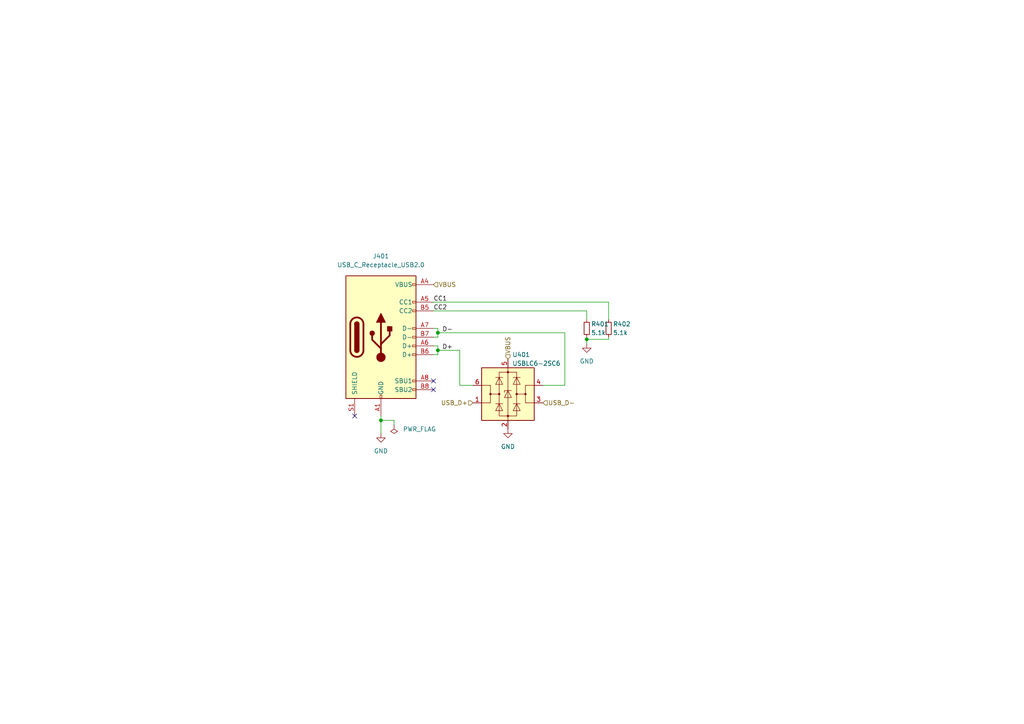
<source format=kicad_sch>
(kicad_sch (version 20230121) (generator eeschema)
  (paper "A4")
  (lib_symbols
    (symbol "Connector:USB_C_Receptacle_USB2.0" (pin_names (offset 1.016))
      (property "Reference" "J" (at -10.16 19.05 0))
      (property "Value" "USB_C_Receptacle_USB2.0" (at 19.05 19.05 0))
      (symbol "USB_C_Receptacle_USB2.0_0_0"
        (rectangle (start -0.254 -17.78) (end 0.254 -16.764))
        (rectangle (start 10.16 -14.986) (end 9.144 -15.494))
        (rectangle (start 10.16 -12.446) (end 9.144 -12.954))
        (rectangle (start 10.16 -4.826) (end 9.144 -5.334))
        (rectangle (start 10.16 -2.286) (end 9.144 -2.794))
        (rectangle (start 10.16 0.254) (end 9.144 -0.254))
        (rectangle (start 10.16 2.794) (end 9.144 2.286))
        (rectangle (start 10.16 7.874) (end 9.144 7.366))
        (rectangle (start 10.16 10.414) (end 9.144 9.906))
        (rectangle (start 10.16 15.494) (end 9.144 14.986))
      )
      (symbol "USB_C_Receptacle_USB2.0_0_1"
        (rectangle (start -10.16 17.78) (end 10.16 -17.78) (stroke (width 0.254)) (fill (type background)))
        (arc (start -8.89 -3.81) (mid -6.985 -5.7067) (end -5.08 -3.81) (stroke (width 0.508)))
        (arc (start -7.62 -3.81) (mid -6.985 -4.4423) (end -6.35 -3.81) (stroke (width 0.254)))
        (arc (start -7.62 -3.81) (mid -6.985 -4.4423) (end -6.35 -3.81) (stroke (width 0.254)) (fill (type outline)))
        (rectangle (start -7.62 -3.81) (end -6.35 3.81) (stroke (width 0.254)) (fill (type outline)))
        (arc (start -6.35 3.81) (mid -6.985 4.4423) (end -7.62 3.81) (stroke (width 0.254)))
        (arc (start -6.35 3.81) (mid -6.985 4.4423) (end -7.62 3.81) (stroke (width 0.254)) (fill (type outline)))
        (arc (start -5.08 3.81) (mid -6.985 5.7067) (end -8.89 3.81) (stroke (width 0.508)))
        (circle (center -2.54 1.143) (radius 0.635) (stroke (width 0.254)) (fill (type outline)))
        (circle (center 0 -5.842) (radius 1.27) (fill (type outline)))
        (polyline (pts (xy -8.89 -3.81) (xy -8.89 3.81)) (stroke (width 0.508)))
        (polyline (pts (xy -5.08 3.81) (xy -5.08 -3.81)) (stroke (width 0.508)))
        (polyline (pts (xy 0 -5.842) (xy 0 4.318)) (stroke (width 0.508)))
        (polyline (pts (xy 0 -3.302) (xy -2.54 -0.762) (xy -2.54 0.508)) (stroke (width 0.508)))
        (polyline (pts (xy 0 -2.032) (xy 2.54 0.508) (xy 2.54 1.778)) (stroke (width 0.508)))
        (polyline (pts (xy -1.27 4.318) (xy 0 6.858) (xy 1.27 4.318) (xy -1.27 4.318)) (stroke (width 0.254)) (fill (type outline)))
        (rectangle (start 1.905 1.778) (end 3.175 3.048) (stroke (width 0.254)) (fill (type outline)))
      )
      (symbol "USB_C_Receptacle_USB2.0_1_1"
        (pin passive line (at 0 -22.86 90) (length 5.08) (name "GND") (number "A1"))
        (pin passive line (at 0 -22.86 90) (length 5.08) hide (name "GND") (number "A12"))
        (pin passive line (at 15.24 15.24 180) (length 5.08) (name "VBUS") (number "A4"))
        (pin bidirectional line (at 15.24 10.16 180) (length 5.08) (name "CC1") (number "A5"))
        (pin bidirectional line (at 15.24 -2.54 180) (length 5.08) (name "D+") (number "A6"))
        (pin bidirectional line (at 15.24 2.54 180) (length 5.08) (name "D-") (number "A7"))
        (pin bidirectional line (at 15.24 -12.7 180) (length 5.08) (name "SBU1") (number "A8"))
        (pin passive line (at 15.24 15.24 180) (length 5.08) hide (name "VBUS") (number "A9"))
        (pin passive line (at 0 -22.86 90) (length 5.08) hide (name "GND") (number "B1"))
        (pin passive line (at 0 -22.86 90) (length 5.08) hide (name "GND") (number "B12"))
        (pin passive line (at 15.24 15.24 180) (length 5.08) hide (name "VBUS") (number "B4"))
        (pin bidirectional line (at 15.24 7.62 180) (length 5.08) (name "CC2") (number "B5"))
        (pin bidirectional line (at 15.24 -5.08 180) (length 5.08) (name "D+") (number "B6"))
        (pin bidirectional line (at 15.24 0 180) (length 5.08) (name "D-") (number "B7"))
        (pin bidirectional line (at 15.24 -15.24 180) (length 5.08) (name "SBU2") (number "B8"))
        (pin passive line (at 15.24 15.24 180) (length 5.08) hide (name "VBUS") (number "B9"))
        (pin passive line (at -7.62 -22.86 90) (length 5.08) (name "SHIELD") (number "S1"))
      )
    )
    (symbol "Device:R_Small" (pin_numbers hide) (pin_names (offset 0.254) hide)
      (property "Reference" "R" (at 0.762 0.508 0))
      (property "Value" "R_Small" (at 0.762 -1.016 0))
      (symbol "R_Small_0_1"
        (rectangle (start -0.762 1.778) (end 0.762 -1.778) (stroke (width 0.2032)))
      )
      (symbol "R_Small_1_1"
        (pin passive line (at 0 2.54 270) (length 0.762) (name "~") (number "1"))
        (pin passive line (at 0 -2.54 90) (length 0.762) (name "~") (number "2"))
      )
    )
    (symbol "Power_Protection:USBLC6-2SC6" (pin_names hide)
      (property "Reference" "U" (at 2.54 8.89 0))
      (property "Value" "USBLC6-2SC6" (at 2.54 -8.89 0))
      (symbol "USBLC6-2SC6_0_1"
        (rectangle (start -7.62 -7.62) (end 7.62 7.62) (stroke (width 0.254)) (fill (type background)))
        (circle (center -5.08 0) (radius 0.254) (fill (type outline)))
        (circle (center -2.54 0) (radius 0.254) (fill (type outline)))
        (rectangle (start -2.54 6.35) (end 2.54 -6.35))
        (circle (center 0 -6.35) (radius 0.254) (fill (type outline)))
        (polyline (pts (xy -5.08 -2.54) (xy -7.62 -2.54)))
        (polyline (pts (xy -5.08 0) (xy -5.08 -2.54)))
        (polyline (pts (xy -5.08 2.54) (xy -7.62 2.54)))
        (polyline (pts (xy -1.524 -2.794) (xy -3.556 -2.794)))
        (polyline (pts (xy -1.524 4.826) (xy -3.556 4.826)))
        (polyline (pts (xy 0 -7.62) (xy 0 -6.35)))
        (polyline (pts (xy 0 -6.35) (xy 0 1.27)))
        (polyline (pts (xy 0 1.27) (xy 0 6.35)))
        (polyline (pts (xy 0 6.35) (xy 0 7.62)))
        (polyline (pts (xy 1.524 -2.794) (xy 3.556 -2.794)))
        (polyline (pts (xy 1.524 4.826) (xy 3.556 4.826)))
        (polyline (pts (xy 5.08 -2.54) (xy 7.62 -2.54)))
        (polyline (pts (xy 5.08 0) (xy 5.08 -2.54)))
        (polyline (pts (xy 5.08 2.54) (xy 7.62 2.54)))
        (polyline (pts (xy -2.54 0) (xy -5.08 0) (xy -5.08 2.54)))
        (polyline (pts (xy 2.54 0) (xy 5.08 0) (xy 5.08 2.54)))
        (polyline (pts (xy -3.556 -4.826) (xy -1.524 -4.826) (xy -2.54 -2.794) (xy -3.556 -4.826)))
        (polyline (pts (xy -3.556 2.794) (xy -1.524 2.794) (xy -2.54 4.826) (xy -3.556 2.794)))
        (polyline (pts (xy -1.016 -1.016) (xy 1.016 -1.016) (xy 0 1.016) (xy -1.016 -1.016)))
        (polyline (pts (xy 1.016 1.016) (xy 0.762 1.016) (xy -1.016 1.016) (xy -1.016 0.508)))
        (polyline (pts (xy 3.556 -4.826) (xy 1.524 -4.826) (xy 2.54 -2.794) (xy 3.556 -4.826)))
        (polyline (pts (xy 3.556 2.794) (xy 1.524 2.794) (xy 2.54 4.826) (xy 3.556 2.794)))
        (circle (center 0 6.35) (radius 0.254) (fill (type outline)))
        (circle (center 2.54 0) (radius 0.254) (fill (type outline)))
        (circle (center 5.08 0) (radius 0.254) (fill (type outline)))
      )
      (symbol "USBLC6-2SC6_1_1"
        (pin passive line (at -10.16 -2.54 0) (length 2.54) (name "I/O1") (number "1"))
        (pin passive line (at 0 -10.16 90) (length 2.54) (name "GND") (number "2"))
        (pin passive line (at 10.16 -2.54 180) (length 2.54) (name "I/O2") (number "3"))
        (pin passive line (at 10.16 2.54 180) (length 2.54) (name "I/O2") (number "4"))
        (pin passive line (at 0 10.16 270) (length 2.54) (name "VBUS") (number "5"))
        (pin passive line (at -10.16 2.54 0) (length 2.54) (name "I/O1") (number "6"))
      )
    )
    (symbol "power:GND" (power) (pin_names (offset 0))
      (property "Value" "GND" (at 0 -3.81 0))
      (symbol "GND_0_1"
        (polyline (pts (xy 0 0) (xy 0 -1.27) (xy 1.27 -1.27) (xy 0 -2.54) (xy -1.27 -1.27) (xy 0 -1.27)))
      )
      (symbol "GND_1_1"
        (pin power_in line (at 0 0 270) (length 0) hide (name "GND") (number "1"))
      )
    )
    (symbol "power:PWR_FLAG" (power) (pin_numbers hide) (pin_names (offset 0) hide)
      (property "Value" "PWR_FLAG" (at 0 3.81 0))
      (symbol "PWR_FLAG_0_0"
        (pin power_out line (at 0 0 90) (length 0) (name "pwr") (number "1"))
      )
      (symbol "PWR_FLAG_0_1"
        (polyline (pts (xy 0 0) (xy 0 1.27) (xy -1.016 1.905) (xy 0 2.54) (xy 1.016 1.905) (xy 0 1.27)))
      )
    )
  )
  (junction (at 127 101.6))
  (junction (at 170.18 98.425))
  (junction (at 127 96.52))
  (junction (at 110.49 121.92))
  (no_connect (at 102.87 120.65))
  (no_connect (at 125.73 113.03))
  (no_connect (at 125.73 110.49))
  (wire (pts (xy 133.35 111.76) (xy 137.16 111.76)))
  (wire (pts (xy 127 100.33) (xy 127 101.6)))
  (wire (pts (xy 125.73 87.63) (xy 176.53 87.63)))
  (wire (pts (xy 114.3 123.19) (xy 114.3 121.92)))
  (wire (pts (xy 127 96.52) (xy 127 97.79)))
  (wire (pts (xy 127 101.6) (xy 127 102.87)))
  (wire (pts (xy 110.49 121.92) (xy 110.49 120.65)))
  (wire (pts (xy 127 96.52) (xy 163.83 96.52)))
  (wire (pts (xy 170.18 97.79) (xy 170.18 98.425)))
  (wire (pts (xy 110.49 125.73) (xy 110.49 121.92)))
  (wire (pts (xy 176.53 98.425) (xy 176.53 97.79)))
  (wire (pts (xy 127 101.6) (xy 133.35 101.6)))
  (wire (pts (xy 114.3 121.92) (xy 110.49 121.92)))
  (wire (pts (xy 125.73 100.33) (xy 127 100.33)))
  (wire (pts (xy 127 102.87) (xy 125.73 102.87)))
  (wire (pts (xy 125.73 95.25) (xy 127 95.25)))
  (wire (pts (xy 170.18 98.425) (xy 176.53 98.425)))
  (wire (pts (xy 170.18 98.425) (xy 170.18 99.695)))
  (wire (pts (xy 163.83 96.52) (xy 163.83 111.76)))
  (wire (pts (xy 127 95.25) (xy 127 96.52)))
  (wire (pts (xy 125.73 90.17) (xy 170.18 90.17)))
  (wire (pts (xy 133.35 101.6) (xy 133.35 111.76)))
  (wire (pts (xy 127 97.79) (xy 125.73 97.79)))
  (wire (pts (xy 176.53 87.63) (xy 176.53 92.71)))
  (wire (pts (xy 170.18 90.17) (xy 170.18 92.71)))
  (wire (pts (xy 163.83 111.76) (xy 157.48 111.76)))
  (label "D-" (at 128.27 96.52 0))
  (label "CC1" (at 125.73 87.63 0))
  (label "CC2" (at 125.73 90.17 0))
  (label "D+" (at 128.27 101.6 0))
  (hierarchical_label "USB_D-" (shape input) (at 157.48 116.84 0))
  (hierarchical_label "VBUS" (shape input) (at 125.73 82.55 0))
  (hierarchical_label "USB_D+" (shape input) (at 137.16 116.84 180))
  (hierarchical_label "VBUS" (shape input) (at 147.32 104.14 90))
  (symbol (lib_id "power:GND") (at 110.49 125.73 0) (unit 1)
    (property "Reference" "#PWR0401" (effects hide))
    (property "Value" "GND" (at 110.49 130.81 0))
  )
  (symbol (lib_id "Device:R_Small") (at 176.53 95.25 0) (unit 1)
    (property "Reference" "R402" (at 177.8 93.98 0) (effects (justify left)))
    (property "Value" "5.1k" (at 177.8 96.52 0) (effects (justify left)))
    (property "Footprint" "Resistor_SMD:R_0603_1608Metric" (effects hide))
  )
  (symbol (lib_id "Device:R_Small") (at 170.18 95.25 0) (unit 1)
    (property "Reference" "R401" (at 171.45 93.98 0) (effects (justify left)))
    (property "Value" "5.1k" (at 171.45 96.52 0) (effects (justify left)))
    (property "Footprint" "Resistor_SMD:R_0603_1608Metric" (effects hide))
  )
  (symbol (lib_id "Connector:USB_C_Receptacle_USB2.0") (at 110.49 97.79 0) (unit 1)
    (property "Reference" "J401" (at 110.49 74.295 0))
    (property "Value" "USB_C_Receptacle_USB2.0" (at 110.49 76.835 0))
    (property "Footprint" "Connector_USB:USB_C_Receptacle_HRO_TYPE-C-31-M-12" (effects hide))
    (property "Datasheet" "https://www.usb.org/sites/default/files/documents/usb_type-c.zip" (effects hide))
  )
  (symbol (lib_id "Power_Protection:USBLC6-2SC6") (at 147.32 114.3 0) (unit 1)
    (property "Reference" "U401" (at 148.59 102.87 0) (effects (justify left)))
    (property "Value" "USBLC6-2SC6" (at 148.59 105.41 0) (effects (justify left)))
    (property "Footprint" "Package_TO_SOT_SMD:SOT-23-6" (effects hide))
    (property "Datasheet" "https://www.st.com/resource/en/datasheet/usblc6-2.pdf" (effects hide))
  )
  (symbol (lib_id "power:GND") (at 170.18 99.695 0) (unit 1)
    (property "Reference" "#PWR0403" (effects hide))
    (property "Value" "GND" (at 170.18 104.775 0))
  )
  (symbol (lib_id "power:GND") (at 147.32 124.46 0) (unit 1)
    (property "Reference" "#PWR0402" (effects hide))
    (property "Value" "GND" (at 147.32 129.54 0))
  )
  (symbol (lib_id "power:PWR_FLAG") (at 114.3 123.19 180) (unit 1)
    (property "Reference" "#FLG0101" (effects hide))
    (property "Value" "PWR_FLAG" (at 116.84 124.4599 0) (effects (justify right)))
  )
)
</source>
